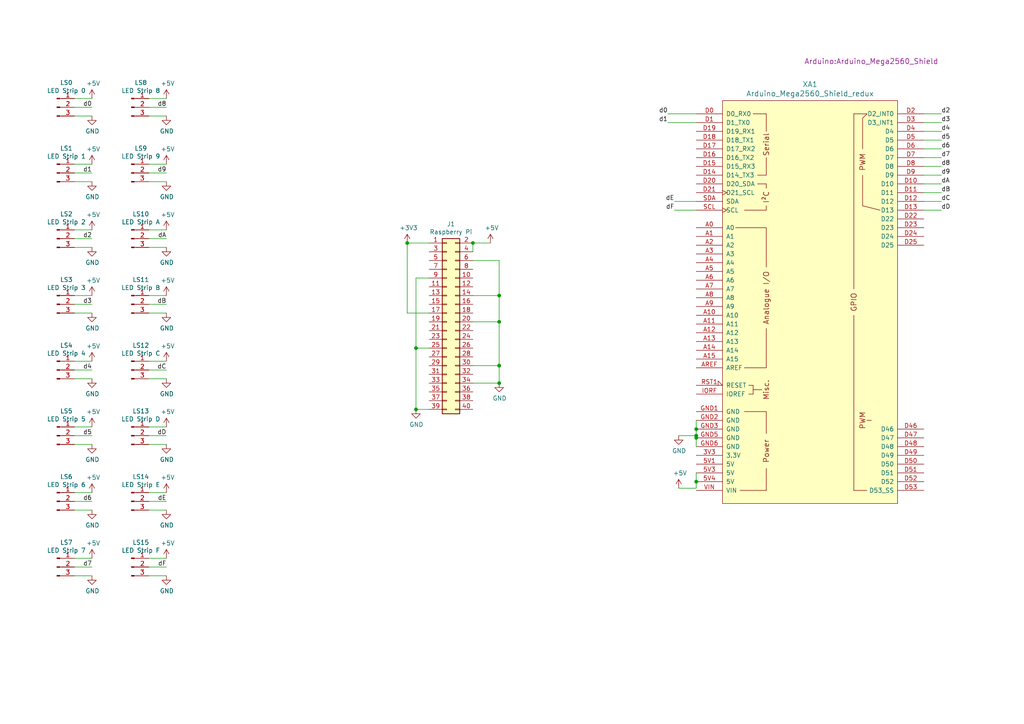
<source format=kicad_sch>
(kicad_sch (version 20231120) (generator "eeschema") (generator_version "8.0")
  (paper "A4")
  (lib_symbols
    (symbol "Connector:Conn_01x03_Male" (pin_names (offset 1.016) hide)
      (property "Reference" "J" (at 0 5.08 0))
      (property "Value" "Conn_01x03_Male" (at 0 -5.08 0))
      (symbol "Conn_01x03_Male_1_1"
        (polyline (pts (xy 1.27 -2.54) (xy 0.8636 -2.54)) (stroke (width 0.1524)))
        (polyline (pts (xy 1.27 0) (xy 0.8636 0)) (stroke (width 0.1524)))
        (polyline (pts (xy 1.27 2.54) (xy 0.8636 2.54)) (stroke (width 0.1524)))
        (rectangle (start 0.8636 -2.413) (end 0 -2.667) (stroke (width 0.1524)) (fill (type outline)))
        (rectangle (start 0.8636 0.127) (end 0 -0.127) (stroke (width 0.1524)) (fill (type outline)))
        (rectangle (start 0.8636 2.667) (end 0 2.413) (stroke (width 0.1524)) (fill (type outline)))
        (pin passive line (at 5.08 2.54 180) (length 3.81) (name "Pin_1") (number "1"))
        (pin passive line (at 5.08 0 180) (length 3.81) (name "Pin_2") (number "2"))
        (pin passive line (at 5.08 -2.54 180) (length 3.81) (name "Pin_3") (number "3"))
      )
    )
    (symbol "Connector_Generic:Conn_02x20_Odd_Even" (pin_names (offset 1.016) hide)
      (property "Reference" "J" (at 1.27 25.4 0))
      (property "Value" "Conn_02x20_Odd_Even" (at 1.27 -27.94 0))
      (symbol "Conn_02x20_Odd_Even_1_1"
        (rectangle (start -1.27 -25.273) (end 0 -25.527) (stroke (width 0.1524)))
        (rectangle (start -1.27 -22.733) (end 0 -22.987) (stroke (width 0.1524)))
        (rectangle (start -1.27 -20.193) (end 0 -20.447) (stroke (width 0.1524)))
        (rectangle (start -1.27 -17.653) (end 0 -17.907) (stroke (width 0.1524)))
        (rectangle (start -1.27 -15.113) (end 0 -15.367) (stroke (width 0.1524)))
        (rectangle (start -1.27 -12.573) (end 0 -12.827) (stroke (width 0.1524)))
        (rectangle (start -1.27 -10.033) (end 0 -10.287) (stroke (width 0.1524)))
        (rectangle (start -1.27 -7.493) (end 0 -7.747) (stroke (width 0.1524)))
        (rectangle (start -1.27 -4.953) (end 0 -5.207) (stroke (width 0.1524)))
        (rectangle (start -1.27 -2.413) (end 0 -2.667) (stroke (width 0.1524)))
        (rectangle (start -1.27 0.127) (end 0 -0.127) (stroke (width 0.1524)))
        (rectangle (start -1.27 2.667) (end 0 2.413) (stroke (width 0.1524)))
        (rectangle (start -1.27 5.207) (end 0 4.953) (stroke (width 0.1524)))
        (rectangle (start -1.27 7.747) (end 0 7.493) (stroke (width 0.1524)))
        (rectangle (start -1.27 10.287) (end 0 10.033) (stroke (width 0.1524)))
        (rectangle (start -1.27 12.827) (end 0 12.573) (stroke (width 0.1524)))
        (rectangle (start -1.27 15.367) (end 0 15.113) (stroke (width 0.1524)))
        (rectangle (start -1.27 17.907) (end 0 17.653) (stroke (width 0.1524)))
        (rectangle (start -1.27 20.447) (end 0 20.193) (stroke (width 0.1524)))
        (rectangle (start -1.27 22.987) (end 0 22.733) (stroke (width 0.1524)))
        (rectangle (start -1.27 24.13) (end 3.81 -26.67) (stroke (width 0.254)) (fill (type background)))
        (rectangle (start 3.81 -25.273) (end 2.54 -25.527) (stroke (width 0.1524)))
        (rectangle (start 3.81 -22.733) (end 2.54 -22.987) (stroke (width 0.1524)))
        (rectangle (start 3.81 -20.193) (end 2.54 -20.447) (stroke (width 0.1524)))
        (rectangle (start 3.81 -17.653) (end 2.54 -17.907) (stroke (width 0.1524)))
        (rectangle (start 3.81 -15.113) (end 2.54 -15.367) (stroke (width 0.1524)))
        (rectangle (start 3.81 -12.573) (end 2.54 -12.827) (stroke (width 0.1524)))
        (rectangle (start 3.81 -10.033) (end 2.54 -10.287) (stroke (width 0.1524)))
        (rectangle (start 3.81 -7.493) (end 2.54 -7.747) (stroke (width 0.1524)))
        (rectangle (start 3.81 -4.953) (end 2.54 -5.207) (stroke (width 0.1524)))
        (rectangle (start 3.81 -2.413) (end 2.54 -2.667) (stroke (width 0.1524)))
        (rectangle (start 3.81 0.127) (end 2.54 -0.127) (stroke (width 0.1524)))
        (rectangle (start 3.81 2.667) (end 2.54 2.413) (stroke (width 0.1524)))
        (rectangle (start 3.81 5.207) (end 2.54 4.953) (stroke (width 0.1524)))
        (rectangle (start 3.81 7.747) (end 2.54 7.493) (stroke (width 0.1524)))
        (rectangle (start 3.81 10.287) (end 2.54 10.033) (stroke (width 0.1524)))
        (rectangle (start 3.81 12.827) (end 2.54 12.573) (stroke (width 0.1524)))
        (rectangle (start 3.81 15.367) (end 2.54 15.113) (stroke (width 0.1524)))
        (rectangle (start 3.81 17.907) (end 2.54 17.653) (stroke (width 0.1524)))
        (rectangle (start 3.81 20.447) (end 2.54 20.193) (stroke (width 0.1524)))
        (rectangle (start 3.81 22.987) (end 2.54 22.733) (stroke (width 0.1524)))
        (pin passive line (at -5.08 22.86 0) (length 3.81) (name "Pin_1") (number "1"))
        (pin passive line (at 7.62 12.7 180) (length 3.81) (name "Pin_10") (number "10"))
        (pin passive line (at -5.08 10.16 0) (length 3.81) (name "Pin_11") (number "11"))
        (pin passive line (at 7.62 10.16 180) (length 3.81) (name "Pin_12") (number "12"))
        (pin passive line (at -5.08 7.62 0) (length 3.81) (name "Pin_13") (number "13"))
        (pin passive line (at 7.62 7.62 180) (length 3.81) (name "Pin_14") (number "14"))
        (pin passive line (at -5.08 5.08 0) (length 3.81) (name "Pin_15") (number "15"))
        (pin passive line (at 7.62 5.08 180) (length 3.81) (name "Pin_16") (number "16"))
        (pin passive line (at -5.08 2.54 0) (length 3.81) (name "Pin_17") (number "17"))
        (pin passive line (at 7.62 2.54 180) (length 3.81) (name "Pin_18") (number "18"))
        (pin passive line (at -5.08 0 0) (length 3.81) (name "Pin_19") (number "19"))
        (pin passive line (at 7.62 22.86 180) (length 3.81) (name "Pin_2") (number "2"))
        (pin passive line (at 7.62 0 180) (length 3.81) (name "Pin_20") (number "20"))
        (pin passive line (at -5.08 -2.54 0) (length 3.81) (name "Pin_21") (number "21"))
        (pin passive line (at 7.62 -2.54 180) (length 3.81) (name "Pin_22") (number "22"))
        (pin passive line (at -5.08 -5.08 0) (length 3.81) (name "Pin_23") (number "23"))
        (pin passive line (at 7.62 -5.08 180) (length 3.81) (name "Pin_24") (number "24"))
        (pin passive line (at -5.08 -7.62 0) (length 3.81) (name "Pin_25") (number "25"))
        (pin passive line (at 7.62 -7.62 180) (length 3.81) (name "Pin_26") (number "26"))
        (pin passive line (at -5.08 -10.16 0) (length 3.81) (name "Pin_27") (number "27"))
        (pin passive line (at 7.62 -10.16 180) (length 3.81) (name "Pin_28") (number "28"))
        (pin passive line (at -5.08 -12.7 0) (length 3.81) (name "Pin_29") (number "29"))
        (pin passive line (at -5.08 20.32 0) (length 3.81) (name "Pin_3") (number "3"))
        (pin passive line (at 7.62 -12.7 180) (length 3.81) (name "Pin_30") (number "30"))
        (pin passive line (at -5.08 -15.24 0) (length 3.81) (name "Pin_31") (number "31"))
        (pin passive line (at 7.62 -15.24 180) (length 3.81) (name "Pin_32") (number "32"))
        (pin passive line (at -5.08 -17.78 0) (length 3.81) (name "Pin_33") (number "33"))
        (pin passive line (at 7.62 -17.78 180) (length 3.81) (name "Pin_34") (number "34"))
        (pin passive line (at -5.08 -20.32 0) (length 3.81) (name "Pin_35") (number "35"))
        (pin passive line (at 7.62 -20.32 180) (length 3.81) (name "Pin_36") (number "36"))
        (pin passive line (at -5.08 -22.86 0) (length 3.81) (name "Pin_37") (number "37"))
        (pin passive line (at 7.62 -22.86 180) (length 3.81) (name "Pin_38") (number "38"))
        (pin passive line (at -5.08 -25.4 0) (length 3.81) (name "Pin_39") (number "39"))
        (pin passive line (at 7.62 20.32 180) (length 3.81) (name "Pin_4") (number "4"))
        (pin passive line (at 7.62 -25.4 180) (length 3.81) (name "Pin_40") (number "40"))
        (pin passive line (at -5.08 17.78 0) (length 3.81) (name "Pin_5") (number "5"))
        (pin passive line (at 7.62 17.78 180) (length 3.81) (name "Pin_6") (number "6"))
        (pin passive line (at -5.08 15.24 0) (length 3.81) (name "Pin_7") (number "7"))
        (pin passive line (at 7.62 15.24 180) (length 3.81) (name "Pin_8") (number "8"))
        (pin passive line (at -5.08 12.7 0) (length 3.81) (name "Pin_9") (number "9"))
      )
    )
    (symbol "display:Arduino_Mega2560_Shield_redux" (pin_names (offset 1.016))
      (property "Reference" "XA" (at 2.54 0 90))
      (property "Value" "Arduino_Mega2560_Shield_redux" (at -2.54 0 90))
      (symbol "Arduino_Mega2560_Shield_redux_0_0"
        (rectangle (start -25.4 -58.42) (end 25.4 58.42) (fill (type background)))
        (rectangle (start -20.32 -54.61) (end -12.7 -54.61))
        (rectangle (start -19.05 -31.75) (end -12.7 -31.75))
        (rectangle (start -19.05 -19.05) (end -12.7 -19.05))
        (rectangle (start -19.05 26.67) (end -12.7 26.67))
        (rectangle (start -17.78 -26.67) (end -16.51 -26.67))
        (rectangle (start -17.78 -24.13) (end -16.51 -24.13))
        (rectangle (start -16.51 -25.4) (end -13.97 -25.4))
        (rectangle (start -16.51 -24.13) (end -16.51 -26.67))
        (rectangle (start -16.51 54.61) (end -12.7 54.61))
        (rectangle (start -15.24 34.29) (end -12.7 34.29))
        (rectangle (start -15.24 36.83) (end -12.7 36.83))
        (rectangle (start -12.7 -54.61) (end -12.7 -48.26))
        (rectangle (start -12.7 -31.75) (end -12.7 -38.1))
        (rectangle (start -12.7 26.67) (end -12.7 27.94))
        (rectangle (start -12.7 34.29) (end -12.7 33.02))
        (rectangle (start -12.7 41.91) (end -12.7 36.83))
        (rectangle (start -12.7 49.53) (end -12.7 54.61))
        (polyline (pts (xy -21.59 21.59) (xy -12.7 21.59)))
        (polyline (pts (xy -12.7 -19.05) (xy -12.7 -7.62)))
        (polyline (pts (xy -12.7 10.16) (xy -12.7 21.59)))
        (polyline (pts (xy 12.7 -54.61) (xy 16.51 -54.61)))
        (polyline (pts (xy 12.7 54.61) (xy 16.51 54.61)))
        (polyline (pts (xy 17.78 -34.29) (xy 16.51 -34.29)))
        (polyline (pts (xy 15.24 36.83) (xy 15.24 27.94) (xy 20.32 26.67)))
        (polyline (pts (xy 15.24 44.45) (xy 15.24 53.34) (xy 16.51 54.61)))
        (text "Analogue I/O" (at -12.7 1.27 900) (effects (font (size 1.524 1.524))))
        (text "I²C" (at -12.7 30.48 900) (effects (font (size 1.524 1.524))))
        (text "Misc." (at -12.7 -25.4 900) (effects (font (size 1.524 1.524))))
        (text "Power" (at -12.7 -43.18 900) (effects (font (size 1.524 1.524))))
        (text "PWM" (at 15.24 -34.29 900) (effects (font (size 1.524 1.524))))
        (text "PWM" (at 15.24 40.64 900) (effects (font (size 1.524 1.524))))
        (text "Serial" (at -12.7 45.72 900) (effects (font (size 1.524 1.524))))
      )
      (symbol "Arduino_Mega2560_Shield_redux_1_0"
        (rectangle (start 12.7 -54.61) (end 12.7 -3.81))
        (rectangle (start 12.7 54.61) (end 12.7 3.81))
        (text "GPIO" (at 12.7 0 900) (effects (font (size 1.524 1.524))))
      )
      (symbol "Arduino_Mega2560_Shield_redux_1_1"
        (pin power_in line (at -33.02 -44.45 0) (length 7.62) (name "3.3V") (number "3V3"))
        (pin power_in line (at -33.02 -46.99 0) (length 7.62) (name "5V") (number "5V1"))
        (pin power_in line (at -33.02 -49.53 0) (length 7.62) (name "5V") (number "5V3"))
        (pin power_in line (at -33.02 -52.07 0) (length 7.62) (name "5V") (number "5V4"))
        (pin bidirectional line (at -33.02 21.59 0) (length 7.62) (name "A0") (number "A0"))
        (pin bidirectional line (at -33.02 19.05 0) (length 7.62) (name "A1") (number "A1"))
        (pin bidirectional line (at -33.02 -3.81 0) (length 7.62) (name "A10") (number "A10"))
        (pin bidirectional line (at -33.02 -6.35 0) (length 7.62) (name "A11") (number "A11"))
        (pin bidirectional line (at -33.02 -8.89 0) (length 7.62) (name "A12") (number "A12"))
        (pin bidirectional line (at -33.02 -11.43 0) (length 7.62) (name "A13") (number "A13"))
        (pin bidirectional line (at -33.02 -13.97 0) (length 7.62) (name "A14") (number "A14"))
        (pin bidirectional line (at -33.02 -16.51 0) (length 7.62) (name "A15") (number "A15"))
        (pin bidirectional line (at -33.02 16.51 0) (length 7.62) (name "A2") (number "A2"))
        (pin bidirectional line (at -33.02 13.97 0) (length 7.62) (name "A3") (number "A3"))
        (pin bidirectional line (at -33.02 11.43 0) (length 7.62) (name "A4") (number "A4"))
        (pin bidirectional line (at -33.02 8.89 0) (length 7.62) (name "A5") (number "A5"))
        (pin bidirectional line (at -33.02 6.35 0) (length 7.62) (name "A6") (number "A6"))
        (pin bidirectional line (at -33.02 3.81 0) (length 7.62) (name "A7") (number "A7"))
        (pin bidirectional line (at -33.02 1.27 0) (length 7.62) (name "A8") (number "A8"))
        (pin bidirectional line (at -33.02 -1.27 0) (length 7.62) (name "A9") (number "A9"))
        (pin input line (at -33.02 -19.05 0) (length 7.62) (name "AREF") (number "AREF"))
        (pin bidirectional line (at -33.02 54.61 0) (length 7.62) (name "D0_RX0") (number "D0"))
        (pin bidirectional line (at -33.02 52.07 0) (length 7.62) (name "D1_TX0") (number "D1"))
        (pin bidirectional line (at 33.02 34.29 180) (length 7.62) (name "D10") (number "D10"))
        (pin bidirectional line (at 33.02 31.75 180) (length 7.62) (name "D11") (number "D11"))
        (pin bidirectional line (at 33.02 29.21 180) (length 7.62) (name "D12") (number "D12"))
        (pin bidirectional line (at 33.02 26.67 180) (length 7.62) (name "D13") (number "D13"))
        (pin bidirectional line (at -33.02 36.83 0) (length 7.62) (name "D14_TX3") (number "D14"))
        (pin bidirectional line (at -33.02 39.37 0) (length 7.62) (name "D15_RX3") (number "D15"))
        (pin bidirectional line (at -33.02 41.91 0) (length 7.62) (name "D16_TX2") (number "D16"))
        (pin bidirectional line (at -33.02 44.45 0) (length 7.62) (name "D17_RX2") (number "D17"))
        (pin bidirectional line (at -33.02 46.99 0) (length 7.62) (name "D18_TX1") (number "D18"))
        (pin bidirectional line (at -33.02 49.53 0) (length 7.62) (name "D19_RX1") (number "D19"))
        (pin bidirectional line (at 33.02 54.61 180) (length 7.62) (name "D2_INT0") (number "D2"))
        (pin bidirectional line (at -33.02 34.29 0) (length 7.62) (name "D20_SDA") (number "D20"))
        (pin bidirectional clock (at -33.02 31.75 0) (length 7.62) (name "D21_SCL") (number "D21"))
        (pin bidirectional line (at 33.02 24.13 180) (length 7.62) (name "D22") (number "D22"))
        (pin bidirectional line (at 33.02 21.59 180) (length 7.62) (name "D23") (number "D23"))
        (pin bidirectional line (at 33.02 19.05 180) (length 7.62) (name "D24") (number "D24"))
        (pin bidirectional line (at 33.02 16.51 180) (length 7.62) (name "D25") (number "D25"))
        (pin bidirectional line (at 33.02 52.07 180) (length 7.62) (name "D3_INT1") (number "D3"))
        (pin bidirectional line (at 33.02 49.53 180) (length 7.62) (name "D4") (number "D4"))
        (pin bidirectional line (at 33.02 -36.83 180) (length 7.62) (name "D46") (number "D46"))
        (pin bidirectional line (at 33.02 -39.37 180) (length 7.62) (name "D47") (number "D47"))
        (pin bidirectional line (at 33.02 -41.91 180) (length 7.62) (name "D48") (number "D48"))
        (pin bidirectional line (at 33.02 -44.45 180) (length 7.62) (name "D49") (number "D49"))
        (pin bidirectional line (at 33.02 46.99 180) (length 7.62) (name "D5") (number "D5"))
        (pin bidirectional line (at 33.02 -46.99 180) (length 7.62) (name "D50") (number "D50"))
        (pin bidirectional line (at 33.02 -49.53 180) (length 7.62) (name "D51") (number "D51"))
        (pin bidirectional line (at 33.02 -52.07 180) (length 7.62) (name "D52") (number "D52"))
        (pin bidirectional line (at 33.02 -54.61 180) (length 7.62) (name "D53_SS") (number "D53"))
        (pin bidirectional line (at 33.02 44.45 180) (length 7.62) (name "D6") (number "D6"))
        (pin bidirectional line (at 33.02 41.91 180) (length 7.62) (name "D7") (number "D7"))
        (pin bidirectional line (at 33.02 39.37 180) (length 7.62) (name "D8") (number "D8"))
        (pin bidirectional line (at 33.02 36.83 180) (length 7.62) (name "D9") (number "D9"))
        (pin power_in line (at -33.02 -31.75 0) (length 7.62) (name "GND") (number "GND1"))
        (pin power_in line (at -33.02 -34.29 0) (length 7.62) (name "GND") (number "GND2"))
        (pin power_in line (at -33.02 -36.83 0) (length 7.62) (name "GND") (number "GND3"))
        (pin power_in line (at -33.02 -39.37 0) (length 7.62) (name "GND") (number "GND5"))
        (pin power_in line (at -33.02 -41.91 0) (length 7.62) (name "GND") (number "GND6"))
        (pin output line (at -33.02 -26.67 0) (length 7.62) (name "IOREF") (number "IORF"))
        (pin open_collector input_low (at -33.02 -24.13 0) (length 7.62) (name "RESET") (number "RST1"))
        (pin bidirectional clock (at -33.02 26.67 0) (length 7.62) (name "SCL") (number "SCL"))
        (pin bidirectional line (at -33.02 29.21 0) (length 7.62) (name "SDA") (number "SDA"))
        (pin power_in line (at -33.02 -54.61 0) (length 7.62) (name "VIN") (number "VIN"))
      )
    )
    (symbol "power:+3V3" (power) (pin_names (offset 0))
      (property "Value" "+3V3" (at 0 3.556 0))
      (symbol "+3V3_0_1"
        (polyline (pts (xy -0.762 1.27) (xy 0 2.54)))
        (polyline (pts (xy 0 0) (xy 0 2.54)))
        (polyline (pts (xy 0 2.54) (xy 0.762 1.27)))
      )
      (symbol "+3V3_1_1"
        (pin power_in line (at 0 0 90) (length 0) hide (name "+3V3") (number "1"))
      )
    )
    (symbol "power:+5V" (power) (pin_names (offset 0))
      (property "Value" "+5V" (at 0 3.556 0))
      (symbol "+5V_0_1"
        (polyline (pts (xy -0.762 1.27) (xy 0 2.54)))
        (polyline (pts (xy 0 0) (xy 0 2.54)))
        (polyline (pts (xy 0 2.54) (xy 0.762 1.27)))
      )
      (symbol "+5V_1_1"
        (pin power_in line (at 0 0 90) (length 0) hide (name "+5V") (number "1"))
      )
    )
    (symbol "power:GND" (power) (pin_names (offset 0))
      (property "Value" "GND" (at 0 -3.81 0))
      (symbol "GND_0_1"
        (polyline (pts (xy 0 0) (xy 0 -1.27) (xy 1.27 -1.27) (xy 0 -2.54) (xy -1.27 -1.27) (xy 0 -1.27)))
      )
      (symbol "GND_1_1"
        (pin power_in line (at 0 0 270) (length 0) hide (name "GND") (number "1"))
      )
    )
  )
  (junction (at 137.16 70.485))
  (junction (at 144.78 85.725))
  (junction (at 118.11 70.485))
  (junction (at 144.78 93.345))
  (junction (at 120.65 100.965))
  (junction (at 120.65 118.745))
  (junction (at 201.93 124.46))
  (junction (at 201.93 139.7))
  (junction (at 144.78 111.125))
  (junction (at 201.93 127))
  (junction (at 201.93 126.365))
  (junction (at 144.78 106.045))
  (wire (pts (xy 118.11 90.805) (xy 124.46 90.805)))
  (wire (pts (xy 118.11 70.485) (xy 118.11 90.805)))
  (wire (pts (xy 48.26 88.265) (xy 43.18 88.265)))
  (wire (pts (xy 26.67 31.115) (xy 21.59 31.115)))
  (wire (pts (xy 48.26 33.655) (xy 43.18 33.655)))
  (wire (pts (xy 43.18 28.575) (xy 48.26 28.575)))
  (wire (pts (xy 43.18 161.925) (xy 48.26 161.925)))
  (wire (pts (xy 26.67 88.265) (xy 21.59 88.265)))
  (wire (pts (xy 26.67 145.415) (xy 21.59 145.415)))
  (wire (pts (xy 120.65 80.645) (xy 124.46 80.645)))
  (wire (pts (xy 48.26 50.165) (xy 43.18 50.165)))
  (wire (pts (xy 48.26 164.465) (xy 43.18 164.465)))
  (wire (pts (xy 196.85 126.365) (xy 201.93 126.365)))
  (wire (pts (xy 26.67 50.165) (xy 21.59 50.165)))
  (wire (pts (xy 120.65 100.965) (xy 120.65 80.645)))
  (wire (pts (xy 267.97 40.64) (xy 273.05 40.64)))
  (wire (pts (xy 195.58 60.96) (xy 201.93 60.96)))
  (wire (pts (xy 48.26 145.415) (xy 43.18 145.415)))
  (wire (pts (xy 48.26 109.855) (xy 43.18 109.855)))
  (wire (pts (xy 43.18 66.675) (xy 48.26 66.675)))
  (wire (pts (xy 48.26 107.315) (xy 43.18 107.315)))
  (wire (pts (xy 267.97 35.56) (xy 273.05 35.56)))
  (wire (pts (xy 21.59 47.625) (xy 26.67 47.625)))
  (wire (pts (xy 43.18 85.725) (xy 48.26 85.725)))
  (wire (pts (xy 201.93 139.7) (xy 201.93 141.605)))
  (wire (pts (xy 21.59 161.925) (xy 26.67 161.925)))
  (wire (pts (xy 48.26 147.955) (xy 43.18 147.955)))
  (wire (pts (xy 267.97 43.18) (xy 273.05 43.18)))
  (wire (pts (xy 201.93 124.46) (xy 201.93 126.365)))
  (wire (pts (xy 267.97 33.02) (xy 273.05 33.02)))
  (wire (pts (xy 26.67 107.315) (xy 21.59 107.315)))
  (wire (pts (xy 26.67 128.905) (xy 21.59 128.905)))
  (wire (pts (xy 26.67 167.005) (xy 21.59 167.005)))
  (wire (pts (xy 137.16 106.045) (xy 144.78 106.045)))
  (wire (pts (xy 48.26 31.115) (xy 43.18 31.115)))
  (wire (pts (xy 43.18 123.825) (xy 48.26 123.825)))
  (wire (pts (xy 21.59 142.875) (xy 26.67 142.875)))
  (wire (pts (xy 48.26 167.005) (xy 43.18 167.005)))
  (wire (pts (xy 267.97 55.88) (xy 273.05 55.88)))
  (wire (pts (xy 201.93 127) (xy 201.93 126.365)))
  (wire (pts (xy 142.24 70.485) (xy 137.16 70.485)))
  (wire (pts (xy 43.18 142.875) (xy 48.26 142.875)))
  (wire (pts (xy 144.78 75.565) (xy 137.16 75.565)))
  (wire (pts (xy 267.97 50.8) (xy 273.05 50.8)))
  (wire (pts (xy 48.26 52.705) (xy 43.18 52.705)))
  (wire (pts (xy 26.67 33.655) (xy 21.59 33.655)))
  (wire (pts (xy 21.59 28.575) (xy 26.67 28.575)))
  (wire (pts (xy 48.26 126.365) (xy 43.18 126.365)))
  (wire (pts (xy 21.59 66.675) (xy 26.67 66.675)))
  (wire (pts (xy 120.65 100.965) (xy 124.46 100.965)))
  (wire (pts (xy 120.65 118.745) (xy 120.65 100.965)))
  (wire (pts (xy 201.93 137.16) (xy 201.93 139.7)))
  (wire (pts (xy 26.67 52.705) (xy 21.59 52.705)))
  (wire (pts (xy 144.78 85.725) (xy 137.16 85.725)))
  (wire (pts (xy 21.59 85.725) (xy 26.67 85.725)))
  (wire (pts (xy 267.97 48.26) (xy 273.05 48.26)))
  (wire (pts (xy 193.675 33.02) (xy 201.93 33.02)))
  (wire (pts (xy 48.26 128.905) (xy 43.18 128.905)))
  (wire (pts (xy 43.18 104.775) (xy 48.26 104.775)))
  (wire (pts (xy 267.97 58.42) (xy 273.05 58.42)))
  (wire (pts (xy 48.26 71.755) (xy 43.18 71.755)))
  (wire (pts (xy 26.67 164.465) (xy 21.59 164.465)))
  (wire (pts (xy 21.59 123.825) (xy 26.67 123.825)))
  (wire (pts (xy 26.67 71.755) (xy 21.59 71.755)))
  (wire (pts (xy 144.78 93.345) (xy 137.16 93.345)))
  (wire (pts (xy 26.67 126.365) (xy 21.59 126.365)))
  (wire (pts (xy 118.11 70.485) (xy 124.46 70.485)))
  (wire (pts (xy 26.67 109.855) (xy 21.59 109.855)))
  (wire (pts (xy 43.18 47.625) (xy 48.26 47.625)))
  (wire (pts (xy 267.97 45.72) (xy 273.05 45.72)))
  (wire (pts (xy 26.67 147.955) (xy 21.59 147.955)))
  (wire (pts (xy 267.97 38.1) (xy 273.05 38.1)))
  (wire (pts (xy 48.26 90.805) (xy 43.18 90.805)))
  (wire (pts (xy 21.59 104.775) (xy 26.67 104.775)))
  (wire (pts (xy 26.67 90.805) (xy 21.59 90.805)))
  (wire (pts (xy 120.65 118.745) (xy 124.46 118.745)))
  (wire (pts (xy 144.78 106.045) (xy 144.78 93.345)))
  (wire (pts (xy 201.93 127) (xy 201.93 129.54)))
  (wire (pts (xy 267.97 60.96) (xy 273.05 60.96)))
  (wire (pts (xy 144.78 106.045) (xy 144.78 111.125)))
  (wire (pts (xy 195.58 58.42) (xy 201.93 58.42)))
  (wire (pts (xy 144.78 93.345) (xy 144.78 85.725)))
  (wire (pts (xy 26.67 69.215) (xy 21.59 69.215)))
  (wire (pts (xy 193.675 35.56) (xy 201.93 35.56)))
  (wire (pts (xy 201.93 121.92) (xy 201.93 124.46)))
  (wire (pts (xy 137.16 70.485) (xy 137.16 73.025)))
  (wire (pts (xy 196.85 141.605) (xy 201.93 141.605)))
  (wire (pts (xy 144.78 111.125) (xy 137.16 111.125)))
  (wire (pts (xy 144.78 85.725) (xy 144.78 75.565)))
  (wire (pts (xy 267.97 53.34) (xy 273.05 53.34)))
  (wire (pts (xy 48.26 69.215) (xy 43.18 69.215)))
  (label "d8" (at 273.05 48.26 0))
  (label "dD" (at 273.05 60.96 0))
  (label "dC" (at 273.05 58.42 0))
  (label "dF" (at 48.26 164.465 180))
  (label "d6" (at 26.67 145.415 180))
  (label "dC" (at 48.26 107.315 180))
  (label "d3" (at 26.67 88.265 180))
  (label "dA" (at 48.26 69.215 180))
  (label "d1" (at 26.67 50.165 180))
  (label "dB" (at 273.05 55.88 0))
  (label "d8" (at 48.26 31.115 180))
  (label "d0" (at 26.67 31.115 180))
  (label "d1" (at 193.675 35.56 180))
  (label "d0" (at 193.675 33.02 180))
  (label "d2" (at 273.05 33.02 0))
  (label "d5" (at 26.67 126.365 180))
  (label "d4" (at 273.05 38.1 0))
  (label "dE" (at 195.58 58.42 180))
  (label "d9" (at 48.26 50.165 180))
  (label "dB" (at 48.26 88.265 180))
  (label "dF" (at 195.58 60.96 180))
  (label "dE" (at 48.26 145.415 180))
  (label "dD" (at 48.26 126.365 180))
  (label "d3" (at 273.05 35.56 0))
  (label "d7" (at 273.05 45.72 0))
  (label "dA" (at 273.05 53.34 0))
  (label "d9" (at 273.05 50.8 0))
  (label "d5" (at 273.05 40.64 0))
  (label "d2" (at 26.67 69.215 180))
  (label "d4" (at 26.67 107.315 180))
  (label "d7" (at 26.67 164.465 180))
  (label "d6" (at 273.05 43.18 0))
  (symbol (lib_id "Connector:Conn_01x03_Male") (at 16.51 31.115 0) (unit 1)
    (property "Reference" "LS0" (at 19.2532 23.9776 0))
    (property "Value" "LED Strip 0" (at 19.2532 26.289 0))
    (property "Footprint" "display:strip_connector_hole" (effects (hide yes)))
  )
  (symbol (lib_id "power:GND") (at 26.67 33.655 0) (unit 1)
    (property "Reference" "#PWR0101" (effects (hide yes)))
    (property "Value" "GND" (at 26.797 38.0492 0))
  )
  (symbol (lib_id "power:+5V") (at 26.67 28.575 0) (unit 1)
    (property "Reference" "#PWR0102" (effects (hide yes)))
    (property "Value" "+5V" (at 27.051 24.1808 0))
  )
  (symbol (lib_id "power:GND") (at 26.67 52.705 0) (unit 1)
    (property "Reference" "#PWR0103" (effects (hide yes)))
    (property "Value" "GND" (at 26.797 57.0992 0))
  )
  (symbol (lib_id "power:+5V") (at 26.67 47.625 0) (unit 1)
    (property "Reference" "#PWR0104" (effects (hide yes)))
    (property "Value" "+5V" (at 27.051 43.2308 0))
  )
  (symbol (lib_id "Connector:Conn_01x03_Male") (at 16.51 50.165 0) (unit 1)
    (property "Reference" "LS1" (at 19.2532 43.0276 0))
    (property "Value" "LED Strip 1" (at 19.2532 45.339 0))
    (property "Footprint" "display:strip_connector_hole" (effects (hide yes)))
  )
  (symbol (lib_id "power:GND") (at 26.67 71.755 0) (unit 1)
    (property "Reference" "#PWR0105" (effects (hide yes)))
    (property "Value" "GND" (at 26.797 76.1492 0))
  )
  (symbol (lib_id "power:+5V") (at 26.67 66.675 0) (unit 1)
    (property "Reference" "#PWR0106" (effects (hide yes)))
    (property "Value" "+5V" (at 27.051 62.2808 0))
  )
  (symbol (lib_id "Connector:Conn_01x03_Male") (at 16.51 69.215 0) (unit 1)
    (property "Reference" "LS2" (at 19.2532 62.0776 0))
    (property "Value" "LED Strip 2" (at 19.2532 64.389 0))
    (property "Footprint" "display:strip_connector_hole" (effects (hide yes)))
  )
  (symbol (lib_id "power:GND") (at 26.67 90.805 0) (unit 1)
    (property "Reference" "#PWR0107" (effects (hide yes)))
    (property "Value" "GND" (at 26.797 95.1992 0))
  )
  (symbol (lib_id "power:+5V") (at 26.67 85.725 0) (unit 1)
    (property "Reference" "#PWR0108" (effects (hide yes)))
    (property "Value" "+5V" (at 27.051 81.3308 0))
  )
  (symbol (lib_id "Connector:Conn_01x03_Male") (at 16.51 88.265 0) (unit 1)
    (property "Reference" "LS3" (at 19.2532 81.1276 0))
    (property "Value" "LED Strip 3" (at 19.2532 83.439 0))
    (property "Footprint" "display:strip_connector_hole" (effects (hide yes)))
  )
  (symbol (lib_id "power:GND") (at 26.67 109.855 0) (unit 1)
    (property "Reference" "#PWR0109" (effects (hide yes)))
    (property "Value" "GND" (at 26.797 114.2492 0))
  )
  (symbol (lib_id "power:+5V") (at 26.67 104.775 0) (unit 1)
    (property "Reference" "#PWR0110" (effects (hide yes)))
    (property "Value" "+5V" (at 27.051 100.3808 0))
  )
  (symbol (lib_id "Connector:Conn_01x03_Male") (at 16.51 107.315 0) (unit 1)
    (property "Reference" "LS4" (at 19.2532 100.1776 0))
    (property "Value" "LED Strip 4" (at 19.2532 102.489 0))
    (property "Footprint" "display:strip_connector_hole" (effects (hide yes)))
  )
  (symbol (lib_id "power:GND") (at 26.67 128.905 0) (unit 1)
    (property "Reference" "#PWR0111" (effects (hide yes)))
    (property "Value" "GND" (at 26.797 133.2992 0))
  )
  (symbol (lib_id "power:+5V") (at 26.67 123.825 0) (unit 1)
    (property "Reference" "#PWR0112" (effects (hide yes)))
    (property "Value" "+5V" (at 27.051 119.4308 0))
  )
  (symbol (lib_id "Connector:Conn_01x03_Male") (at 16.51 126.365 0) (unit 1)
    (property "Reference" "LS5" (at 19.2532 119.2276 0))
    (property "Value" "LED Strip 5" (at 19.2532 121.539 0))
    (property "Footprint" "display:strip_connector_hole" (effects (hide yes)))
  )
  (symbol (lib_id "power:GND") (at 26.67 147.955 0) (unit 1)
    (property "Reference" "#PWR0113" (effects (hide yes)))
    (property "Value" "GND" (at 26.797 152.3492 0))
  )
  (symbol (lib_id "power:+5V") (at 26.67 142.875 0) (unit 1)
    (property "Reference" "#PWR0114" (effects (hide yes)))
    (property "Value" "+5V" (at 27.051 138.4808 0))
  )
  (symbol (lib_id "Connector:Conn_01x03_Male") (at 16.51 145.415 0) (unit 1)
    (property "Reference" "LS6" (at 19.2532 138.2776 0))
    (property "Value" "LED Strip 6" (at 19.2532 140.589 0))
    (property "Footprint" "display:strip_connector_hole" (effects (hide yes)))
  )
  (symbol (lib_id "power:GND") (at 26.67 167.005 0) (unit 1)
    (property "Reference" "#PWR0115" (effects (hide yes)))
    (property "Value" "GND" (at 26.797 171.3992 0))
  )
  (symbol (lib_id "power:+5V") (at 26.67 161.925 0) (unit 1)
    (property "Reference" "#PWR0116" (effects (hide yes)))
    (property "Value" "+5V" (at 27.051 157.5308 0))
  )
  (symbol (lib_id "Connector:Conn_01x03_Male") (at 16.51 164.465 0) (unit 1)
    (property "Reference" "LS7" (at 19.2532 157.3276 0))
    (property "Value" "LED Strip 7" (at 19.2532 159.639 0))
    (property "Footprint" "display:strip_connector_hole" (effects (hide yes)))
  )
  (symbol (lib_id "power:GND") (at 48.26 33.655 0) (unit 1)
    (property "Reference" "#PWR0117" (effects (hide yes)))
    (property "Value" "GND" (at 48.387 38.0492 0))
  )
  (symbol (lib_id "power:+5V") (at 48.26 28.575 0) (unit 1)
    (property "Reference" "#PWR0118" (effects (hide yes)))
    (property "Value" "+5V" (at 48.641 24.1808 0))
  )
  (symbol (lib_id "Connector:Conn_01x03_Male") (at 38.1 31.115 0) (unit 1)
    (property "Reference" "LS8" (at 40.8432 23.9776 0))
    (property "Value" "LED Strip 8" (at 40.8432 26.289 0))
    (property "Footprint" "display:strip_connector_hole" (effects (hide yes)))
  )
  (symbol (lib_id "power:GND") (at 48.26 52.705 0) (unit 1)
    (property "Reference" "#PWR0119" (effects (hide yes)))
    (property "Value" "GND" (at 48.387 57.0992 0))
  )
  (symbol (lib_id "power:+5V") (at 48.26 47.625 0) (unit 1)
    (property "Reference" "#PWR0120" (effects (hide yes)))
    (property "Value" "+5V" (at 48.641 43.2308 0))
  )
  (symbol (lib_id "Connector:Conn_01x03_Male") (at 38.1 50.165 0) (unit 1)
    (property "Reference" "LS9" (at 40.8432 43.0276 0))
    (property "Value" "LED Strip 9" (at 40.8432 45.339 0))
    (property "Footprint" "display:strip_connector_hole" (effects (hide yes)))
  )
  (symbol (lib_id "power:GND") (at 48.26 71.755 0) (unit 1)
    (property "Reference" "#PWR0121" (effects (hide yes)))
    (property "Value" "GND" (at 48.387 76.1492 0))
  )
  (symbol (lib_id "power:+5V") (at 48.26 66.675 0) (unit 1)
    (property "Reference" "#PWR0122" (effects (hide yes)))
    (property "Value" "+5V" (at 48.641 62.2808 0))
  )
  (symbol (lib_id "Connector:Conn_01x03_Male") (at 38.1 69.215 0) (unit 1)
    (property "Reference" "LS10" (at 40.8432 62.0776 0))
    (property "Value" "LED Strip A" (at 40.8432 64.389 0))
    (property "Footprint" "display:strip_connector_hole" (effects (hide yes)))
  )
  (symbol (lib_id "power:GND") (at 48.26 90.805 0) (unit 1)
    (property "Reference" "#PWR0123" (effects (hide yes)))
    (property "Value" "GND" (at 48.387 95.1992 0))
  )
  (symbol (lib_id "power:+5V") (at 48.26 85.725 0) (unit 1)
    (property "Reference" "#PWR0124" (effects (hide yes)))
    (property "Value" "+5V" (at 48.641 81.3308 0))
  )
  (symbol (lib_id "Connector:Conn_01x03_Male") (at 38.1 88.265 0) (unit 1)
    (property "Reference" "LS11" (at 40.8432 81.1276 0))
    (property "Value" "LED Strip B" (at 40.8432 83.439 0))
    (property "Footprint" "display:strip_connector_hole" (effects (hide yes)))
  )
  (symbol (lib_id "power:GND") (at 48.26 109.855 0) (unit 1)
    (property "Reference" "#PWR0125" (effects (hide yes)))
    (property "Value" "GND" (at 48.387 114.2492 0))
  )
  (symbol (lib_id "power:+5V") (at 48.26 104.775 0) (unit 1)
    (property "Reference" "#PWR0126" (effects (hide yes)))
    (property "Value" "+5V" (at 48.641 100.3808 0))
  )
  (symbol (lib_id "Connector:Conn_01x03_Male") (at 38.1 107.315 0) (unit 1)
    (property "Reference" "LS12" (at 40.8432 100.1776 0))
    (property "Value" "LED Strip C" (at 40.8432 102.489 0))
    (property "Footprint" "display:strip_connector_hole" (effects (hide yes)))
  )
  (symbol (lib_id "power:GND") (at 48.26 128.905 0) (unit 1)
    (property "Reference" "#PWR0127" (effects (hide yes)))
    (property "Value" "GND" (at 48.387 133.2992 0))
  )
  (symbol (lib_id "power:+5V") (at 48.26 123.825 0) (unit 1)
    (property "Reference" "#PWR0128" (effects (hide yes)))
    (property "Value" "+5V" (at 48.641 119.4308 0))
  )
  (symbol (lib_id "Connector:Conn_01x03_Male") (at 38.1 126.365 0) (unit 1)
    (property "Reference" "LS13" (at 40.8432 119.2276 0))
    (property "Value" "LED Strip D" (at 40.8432 121.539 0))
    (property "Footprint" "display:strip_connector_hole" (effects (hide yes)))
  )
  (symbol (lib_id "power:GND") (at 48.26 147.955 0) (unit 1)
    (property "Reference" "#PWR0129" (effects (hide yes)))
    (property "Value" "GND" (at 48.387 152.3492 0))
  )
  (symbol (lib_id "power:+5V") (at 48.26 142.875 0) (unit 1)
    (property "Reference" "#PWR0130" (effects (hide yes)))
    (property "Value" "+5V" (at 48.641 138.4808 0))
  )
  (symbol (lib_id "Connector:Conn_01x03_Male") (at 38.1 145.415 0) (unit 1)
    (property "Reference" "LS14" (at 40.8432 138.2776 0))
    (property "Value" "LED Strip E" (at 40.8432 140.589 0))
    (property "Footprint" "display:strip_connector_hole" (effects (hide yes)))
  )
  (symbol (lib_id "power:GND") (at 48.26 167.005 0) (unit 1)
    (property "Reference" "#PWR0131" (effects (hide yes)))
    (property "Value" "GND" (at 48.387 171.3992 0))
  )
  (symbol (lib_id "power:+5V") (at 48.26 161.925 0) (unit 1)
    (property "Reference" "#PWR0132" (effects (hide yes)))
    (property "Value" "+5V" (at 48.641 157.5308 0))
  )
  (symbol (lib_id "Connector:Conn_01x03_Male") (at 38.1 164.465 0) (unit 1)
    (property "Reference" "LS15" (at 40.8432 157.3276 0))
    (property "Value" "LED Strip F" (at 40.8432 159.639 0))
    (property "Footprint" "display:strip_connector_hole" (effects (hide yes)))
  )
  (symbol (lib_id "display:Arduino_Mega2560_Shield_redux") (at 234.95 87.63 0) (unit 1)
    (property "Reference" "XA1" (at 234.95 24.4602 0) (effects (font (size 1.524 1.524))))
    (property "Value" "Arduino_Mega2560_Shield_redux" (at 234.95 27.1526 0) (effects (font (size 1.524 1.524))))
    (property "Footprint" "Arduino:Arduino_Mega2560_Shield" (at 252.73 17.78 0) (effects (font (size 1.524 1.524))))
  )
  (symbol (lib_id "power:GND") (at 196.85 126.365 0) (unit 1)
    (property "Reference" "#PWR0133" (effects (hide yes)))
    (property "Value" "GND" (at 196.977 130.7592 0))
  )
  (symbol (lib_id "power:+5V") (at 196.85 141.605 0) (unit 1)
    (property "Reference" "#PWR0134" (effects (hide yes)))
    (property "Value" "+5V" (at 197.231 137.2108 0))
  )
  (symbol (lib_id "Connector_Generic:Conn_02x20_Odd_Even") (at 129.54 93.345 0) (unit 1)
    (property "Reference" "J1" (at 130.81 64.9732 0))
    (property "Value" "Raspberry Pi" (at 130.81 67.2846 0))
    (property "Footprint" "Arduino:raspberrypi_2_3" (effects (hide yes)))
  )
  (symbol (lib_id "power:+5V") (at 142.24 70.485 0) (unit 1)
    (property "Reference" "#PWR0135" (effects (hide yes)))
    (property "Value" "+5V" (at 142.621 66.0908 0))
  )
  (symbol (lib_id "power:GND") (at 120.65 118.745 0) (unit 1)
    (property "Reference" "#PWR0136" (effects (hide yes)))
    (property "Value" "GND" (at 120.777 123.1392 0))
  )
  (symbol (lib_id "power:GND") (at 144.78 111.125 0) (unit 1)
    (property "Reference" "#PWR0137" (effects (hide yes)))
    (property "Value" "GND" (at 144.907 115.5192 0))
  )
  (symbol (lib_id "power:+3V3") (at 118.11 70.485 0) (unit 1)
    (property "Reference" "#PWR0138" (effects (hide yes)))
    (property "Value" "+3V3" (at 118.491 66.0908 0))
  )
)
</source>
